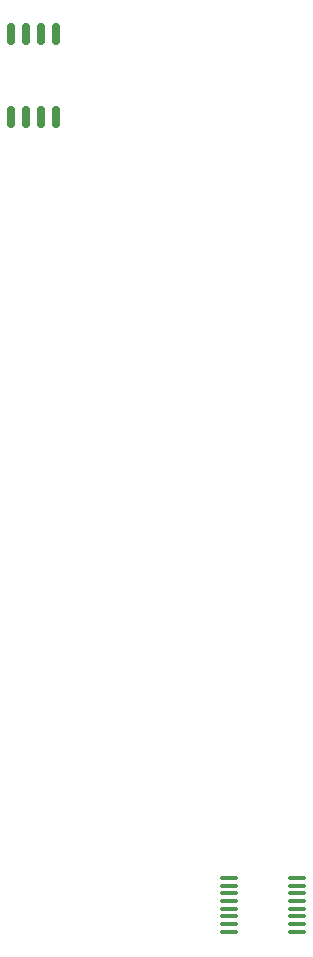
<source format=gbr>
%TF.GenerationSoftware,KiCad,Pcbnew,(6.0.5)*%
%TF.CreationDate,2022-08-06T13:25:36-04:00*%
%TF.ProjectId,RICM Greenpower Telemetry Module,5249434d-2047-4726-9565-6e706f776572,rev?*%
%TF.SameCoordinates,Original*%
%TF.FileFunction,Paste,Top*%
%TF.FilePolarity,Positive*%
%FSLAX46Y46*%
G04 Gerber Fmt 4.6, Leading zero omitted, Abs format (unit mm)*
G04 Created by KiCad (PCBNEW (6.0.5)) date 2022-08-06 13:25:36*
%MOMM*%
%LPD*%
G01*
G04 APERTURE LIST*
G04 Aperture macros list*
%AMRoundRect*
0 Rectangle with rounded corners*
0 $1 Rounding radius*
0 $2 $3 $4 $5 $6 $7 $8 $9 X,Y pos of 4 corners*
0 Add a 4 corners polygon primitive as box body*
4,1,4,$2,$3,$4,$5,$6,$7,$8,$9,$2,$3,0*
0 Add four circle primitives for the rounded corners*
1,1,$1+$1,$2,$3*
1,1,$1+$1,$4,$5*
1,1,$1+$1,$6,$7*
1,1,$1+$1,$8,$9*
0 Add four rect primitives between the rounded corners*
20,1,$1+$1,$2,$3,$4,$5,0*
20,1,$1+$1,$4,$5,$6,$7,0*
20,1,$1+$1,$6,$7,$8,$9,0*
20,1,$1+$1,$8,$9,$2,$3,0*%
G04 Aperture macros list end*
%ADD10RoundRect,0.150000X0.150000X-0.800000X0.150000X0.800000X-0.150000X0.800000X-0.150000X-0.800000X0*%
%ADD11RoundRect,0.100000X-0.637500X-0.100000X0.637500X-0.100000X0.637500X0.100000X-0.637500X0.100000X0*%
G04 APERTURE END LIST*
D10*
%TO.C,U1*%
X32595000Y-30000000D03*
X33865000Y-30000000D03*
X35135000Y-30000000D03*
X36405000Y-30000000D03*
X36405000Y-23000000D03*
X35135000Y-23000000D03*
X33865000Y-23000000D03*
X32595000Y-23000000D03*
%TD*%
D11*
%TO.C,U5*%
X51047500Y-94481000D03*
X51047500Y-95131000D03*
X51047500Y-95781000D03*
X51047500Y-96431000D03*
X51047500Y-97081000D03*
X51047500Y-97731000D03*
X51047500Y-98381000D03*
X51047500Y-99031000D03*
X56772500Y-99031000D03*
X56772500Y-98381000D03*
X56772500Y-97731000D03*
X56772500Y-97081000D03*
X56772500Y-96431000D03*
X56772500Y-95781000D03*
X56772500Y-95131000D03*
X56772500Y-94481000D03*
%TD*%
M02*

</source>
